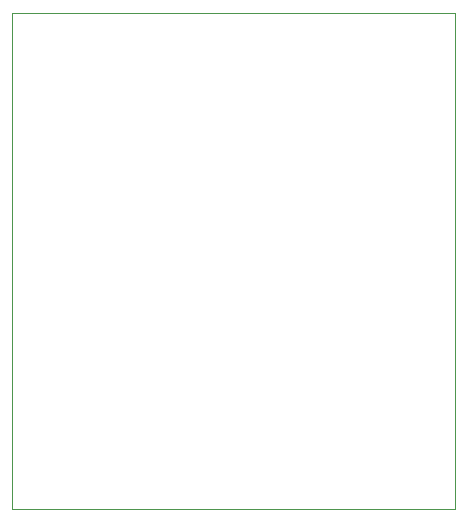
<source format=gbr>
G04 #@! TF.GenerationSoftware,KiCad,Pcbnew,(2017-09-19 revision dddaa7e69)-makepkg*
G04 #@! TF.CreationDate,2017-11-10T01:58:25+01:00*
G04 #@! TF.ProjectId,RICOH_SP112_TONER_CHIP_RESETTER,5249434F485F53503131325F544F4E45,1*
G04 #@! TF.SameCoordinates,Original*
G04 #@! TF.FileFunction,Profile,NP*
%FSLAX46Y46*%
G04 Gerber Fmt 4.6, Leading zero omitted, Abs format (unit mm)*
G04 Created by KiCad (PCBNEW (2017-09-19 revision dddaa7e69)-makepkg) date 11/10/17 01:58:25*
%MOMM*%
%LPD*%
G01*
G04 APERTURE LIST*
%ADD10C,0.100000*%
G04 APERTURE END LIST*
D10*
X133500000Y-83500000D02*
X133500000Y-125500000D01*
X171000000Y-125500000D02*
X171000000Y-83500000D01*
X133500000Y-125500000D02*
X171000000Y-125500000D01*
X171000000Y-83500000D02*
X133500000Y-83500000D01*
M02*

</source>
